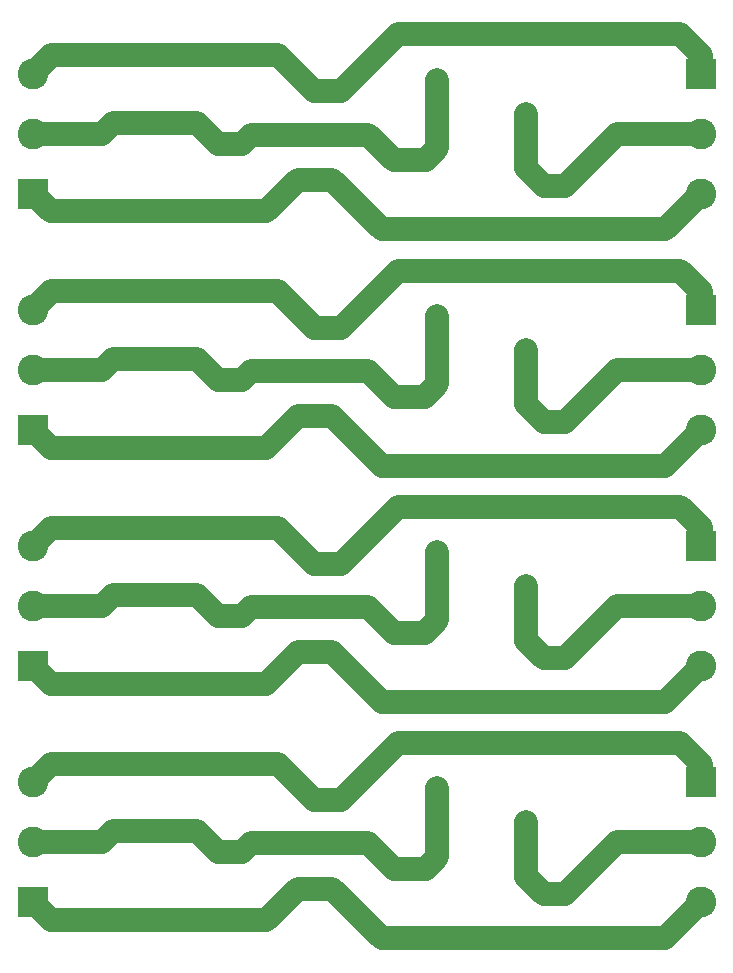
<source format=gbr>
G04 #@! TF.GenerationSoftware,KiCad,Pcbnew,5.1.5+dfsg1-2build2*
G04 #@! TF.CreationDate,2021-09-07T20:18:59-05:00*
G04 #@! TF.ProjectId,,58585858-5858-4585-9858-585858585858,rev?*
G04 #@! TF.SameCoordinates,Original*
G04 #@! TF.FileFunction,Copper,L1,Top*
G04 #@! TF.FilePolarity,Positive*
%FSLAX46Y46*%
G04 Gerber Fmt 4.6, Leading zero omitted, Abs format (unit mm)*
G04 Created by KiCad (PCBNEW 5.1.5+dfsg1-2build2) date 2021-09-07 20:18:59*
%MOMM*%
%LPD*%
G04 APERTURE LIST*
%ADD10C,1.800000*%
%ADD11R,2.600000X2.600000*%
%ADD12C,2.600000*%
%ADD13C,2.000000*%
%ADD14C,2.000000*%
G04 APERTURE END LIST*
D10*
X149479000Y-90861000D03*
X148079000Y-98361000D03*
X149479000Y-70861000D03*
X148079000Y-78361000D03*
X149479000Y-50861000D03*
X148079000Y-58361000D03*
D11*
X125657000Y-99515000D03*
D12*
X125657000Y-94435000D03*
X125657000Y-89355000D03*
D11*
X125657000Y-79515000D03*
D12*
X125657000Y-74435000D03*
X125657000Y-69355000D03*
D11*
X125657000Y-59515000D03*
D12*
X125657000Y-54435000D03*
X125657000Y-49355000D03*
D10*
X134407000Y-101021000D03*
X135807000Y-93521000D03*
X134407000Y-81021000D03*
X135807000Y-73521000D03*
X134407000Y-61021000D03*
X135807000Y-53521000D03*
X141307000Y-95306000D03*
X142707000Y-87806000D03*
X141307000Y-75306000D03*
X142707000Y-67806000D03*
X141307000Y-55306000D03*
X142707000Y-47806000D03*
X167407000Y-92766000D03*
X159907000Y-89866000D03*
X167407000Y-72766000D03*
X159907000Y-69866000D03*
X167407000Y-52766000D03*
X159907000Y-49866000D03*
D13*
X168907000Y-98862000D03*
X158907000Y-96662000D03*
X168907000Y-78862000D03*
X158907000Y-76662000D03*
X168907000Y-58862000D03*
X158907000Y-56662000D03*
D11*
X182207000Y-89355000D03*
D12*
X182207000Y-94435000D03*
X182207000Y-99515000D03*
D11*
X182207000Y-69355000D03*
D12*
X182207000Y-74435000D03*
X182207000Y-79515000D03*
D11*
X182207000Y-49355000D03*
D12*
X182207000Y-54435000D03*
X182207000Y-59515000D03*
D10*
X148079000Y-38361000D03*
X149479000Y-30861000D03*
X142707000Y-27806000D03*
X141307000Y-35306000D03*
X135807000Y-33521000D03*
X134407000Y-41021000D03*
X159907000Y-29866000D03*
X167407000Y-32766000D03*
D13*
X158907000Y-36662000D03*
X168907000Y-38862000D03*
D12*
X182207000Y-39515000D03*
X182207000Y-34435000D03*
D11*
X182207000Y-29355000D03*
D12*
X125657000Y-29355000D03*
X125657000Y-34435000D03*
D11*
X125657000Y-39515000D03*
D14*
X127206000Y-27806000D02*
X125657000Y-29355000D01*
X142707000Y-27806000D02*
X127206000Y-27806000D01*
X146424000Y-27806000D02*
X142707000Y-27806000D01*
X149479000Y-30861000D02*
X146424000Y-27806000D01*
X151765000Y-30861000D02*
X149479000Y-30861000D01*
X156591000Y-26035000D02*
X151765000Y-30861000D01*
X180467000Y-26035000D02*
X156591000Y-26035000D01*
X182207000Y-27775000D02*
X180467000Y-26035000D01*
X182207000Y-29355000D02*
X182207000Y-27775000D01*
X182207000Y-49355000D02*
X182207000Y-47775000D01*
X182207000Y-69355000D02*
X182207000Y-67775000D01*
X182207000Y-89355000D02*
X182207000Y-87775000D01*
X156591000Y-46035000D02*
X151765000Y-50861000D01*
X156591000Y-66035000D02*
X151765000Y-70861000D01*
X156591000Y-86035000D02*
X151765000Y-90861000D01*
X180467000Y-46035000D02*
X156591000Y-46035000D01*
X180467000Y-66035000D02*
X156591000Y-66035000D01*
X180467000Y-86035000D02*
X156591000Y-86035000D01*
X146424000Y-47806000D02*
X142707000Y-47806000D01*
X146424000Y-67806000D02*
X142707000Y-67806000D01*
X146424000Y-87806000D02*
X142707000Y-87806000D01*
X142707000Y-47806000D02*
X127206000Y-47806000D01*
X142707000Y-67806000D02*
X127206000Y-67806000D01*
X142707000Y-87806000D02*
X127206000Y-87806000D01*
X151765000Y-50861000D02*
X149479000Y-50861000D01*
X151765000Y-70861000D02*
X149479000Y-70861000D01*
X151765000Y-90861000D02*
X149479000Y-90861000D01*
X127206000Y-47806000D02*
X125657000Y-49355000D01*
X127206000Y-67806000D02*
X125657000Y-69355000D01*
X127206000Y-87806000D02*
X125657000Y-89355000D01*
X182207000Y-47775000D02*
X180467000Y-46035000D01*
X182207000Y-67775000D02*
X180467000Y-66035000D01*
X182207000Y-87775000D02*
X180467000Y-86035000D01*
X149479000Y-50861000D02*
X146424000Y-47806000D01*
X149479000Y-70861000D02*
X146424000Y-67806000D01*
X149479000Y-90861000D02*
X146424000Y-87806000D01*
X135807000Y-33521000D02*
X132468000Y-33521000D01*
X131554000Y-34435000D02*
X125657000Y-34435000D01*
X132468000Y-33521000D02*
X131554000Y-34435000D01*
X139522000Y-33521000D02*
X141307000Y-35306000D01*
X135807000Y-33521000D02*
X139522000Y-33521000D01*
X159907000Y-35662000D02*
X158907000Y-36662000D01*
X159907000Y-29866000D02*
X159907000Y-35662000D01*
X158866000Y-36703000D02*
X158907000Y-36662000D01*
X154051000Y-34544000D02*
X156210000Y-36703000D01*
X144145000Y-34544000D02*
X154051000Y-34544000D01*
X156210000Y-36703000D02*
X158866000Y-36703000D01*
X143383000Y-35306000D02*
X144145000Y-34544000D01*
X141307000Y-35306000D02*
X143383000Y-35306000D01*
X158866000Y-56703000D02*
X158907000Y-56662000D01*
X158866000Y-76703000D02*
X158907000Y-76662000D01*
X158866000Y-96703000D02*
X158907000Y-96662000D01*
X139522000Y-53521000D02*
X141307000Y-55306000D01*
X139522000Y-73521000D02*
X141307000Y-75306000D01*
X139522000Y-93521000D02*
X141307000Y-95306000D01*
X154051000Y-54544000D02*
X156210000Y-56703000D01*
X154051000Y-74544000D02*
X156210000Y-76703000D01*
X154051000Y-94544000D02*
X156210000Y-96703000D01*
X159907000Y-49866000D02*
X159907000Y-55662000D01*
X159907000Y-69866000D02*
X159907000Y-75662000D01*
X159907000Y-89866000D02*
X159907000Y-95662000D01*
X141307000Y-55306000D02*
X143383000Y-55306000D01*
X141307000Y-75306000D02*
X143383000Y-75306000D01*
X141307000Y-95306000D02*
X143383000Y-95306000D01*
X131554000Y-54435000D02*
X125657000Y-54435000D01*
X131554000Y-74435000D02*
X125657000Y-74435000D01*
X131554000Y-94435000D02*
X125657000Y-94435000D01*
X144145000Y-54544000D02*
X154051000Y-54544000D01*
X144145000Y-74544000D02*
X154051000Y-74544000D01*
X144145000Y-94544000D02*
X154051000Y-94544000D01*
X143383000Y-55306000D02*
X144145000Y-54544000D01*
X143383000Y-75306000D02*
X144145000Y-74544000D01*
X143383000Y-95306000D02*
X144145000Y-94544000D01*
X135807000Y-53521000D02*
X132468000Y-53521000D01*
X135807000Y-73521000D02*
X132468000Y-73521000D01*
X135807000Y-93521000D02*
X132468000Y-93521000D01*
X156210000Y-56703000D02*
X158866000Y-56703000D01*
X156210000Y-76703000D02*
X158866000Y-76703000D01*
X156210000Y-96703000D02*
X158866000Y-96703000D01*
X132468000Y-53521000D02*
X131554000Y-54435000D01*
X132468000Y-73521000D02*
X131554000Y-74435000D01*
X132468000Y-93521000D02*
X131554000Y-94435000D01*
X159907000Y-55662000D02*
X158907000Y-56662000D01*
X159907000Y-75662000D02*
X158907000Y-76662000D01*
X159907000Y-95662000D02*
X158907000Y-96662000D01*
X135807000Y-53521000D02*
X139522000Y-53521000D01*
X135807000Y-73521000D02*
X139522000Y-73521000D01*
X135807000Y-93521000D02*
X139522000Y-93521000D01*
X127163000Y-41021000D02*
X125657000Y-39515000D01*
X134407000Y-41021000D02*
X127163000Y-41021000D01*
X145419000Y-41021000D02*
X148079000Y-38361000D01*
X134407000Y-41021000D02*
X145419000Y-41021000D01*
X151010000Y-38361000D02*
X148079000Y-38361000D01*
X155194000Y-42545000D02*
X151010000Y-38361000D01*
X179177000Y-42545000D02*
X155194000Y-42545000D01*
X182207000Y-39515000D02*
X179177000Y-42545000D01*
X155194000Y-62545000D02*
X151010000Y-58361000D01*
X155194000Y-82545000D02*
X151010000Y-78361000D01*
X155194000Y-102545000D02*
X151010000Y-98361000D01*
X134407000Y-61021000D02*
X145419000Y-61021000D01*
X134407000Y-81021000D02*
X145419000Y-81021000D01*
X134407000Y-101021000D02*
X145419000Y-101021000D01*
X127163000Y-61021000D02*
X125657000Y-59515000D01*
X127163000Y-81021000D02*
X125657000Y-79515000D01*
X127163000Y-101021000D02*
X125657000Y-99515000D01*
X151010000Y-58361000D02*
X148079000Y-58361000D01*
X151010000Y-78361000D02*
X148079000Y-78361000D01*
X151010000Y-98361000D02*
X148079000Y-98361000D01*
X179177000Y-62545000D02*
X155194000Y-62545000D01*
X179177000Y-82545000D02*
X155194000Y-82545000D01*
X179177000Y-102545000D02*
X155194000Y-102545000D01*
X145419000Y-61021000D02*
X148079000Y-58361000D01*
X145419000Y-81021000D02*
X148079000Y-78361000D01*
X145419000Y-101021000D02*
X148079000Y-98361000D01*
X134407000Y-61021000D02*
X127163000Y-61021000D01*
X134407000Y-81021000D02*
X127163000Y-81021000D01*
X134407000Y-101021000D02*
X127163000Y-101021000D01*
X182207000Y-59515000D02*
X179177000Y-62545000D01*
X182207000Y-79515000D02*
X179177000Y-82545000D01*
X182207000Y-99515000D02*
X179177000Y-102545000D01*
X167407000Y-37362000D02*
X168907000Y-38862000D01*
X167407000Y-32766000D02*
X167407000Y-37362000D01*
X182207000Y-34435000D02*
X175115000Y-34435000D01*
X170688000Y-38862000D02*
X168907000Y-38862000D01*
X175115000Y-34435000D02*
X170688000Y-38862000D01*
X167407000Y-52766000D02*
X167407000Y-57362000D01*
X167407000Y-72766000D02*
X167407000Y-77362000D01*
X167407000Y-92766000D02*
X167407000Y-97362000D01*
X170688000Y-58862000D02*
X168907000Y-58862000D01*
X170688000Y-78862000D02*
X168907000Y-78862000D01*
X170688000Y-98862000D02*
X168907000Y-98862000D01*
X167407000Y-57362000D02*
X168907000Y-58862000D01*
X167407000Y-77362000D02*
X168907000Y-78862000D01*
X167407000Y-97362000D02*
X168907000Y-98862000D01*
X182207000Y-54435000D02*
X175115000Y-54435000D01*
X182207000Y-74435000D02*
X175115000Y-74435000D01*
X182207000Y-94435000D02*
X175115000Y-94435000D01*
X175115000Y-54435000D02*
X170688000Y-58862000D01*
X175115000Y-74435000D02*
X170688000Y-78862000D01*
X175115000Y-94435000D02*
X170688000Y-98862000D01*
M02*

</source>
